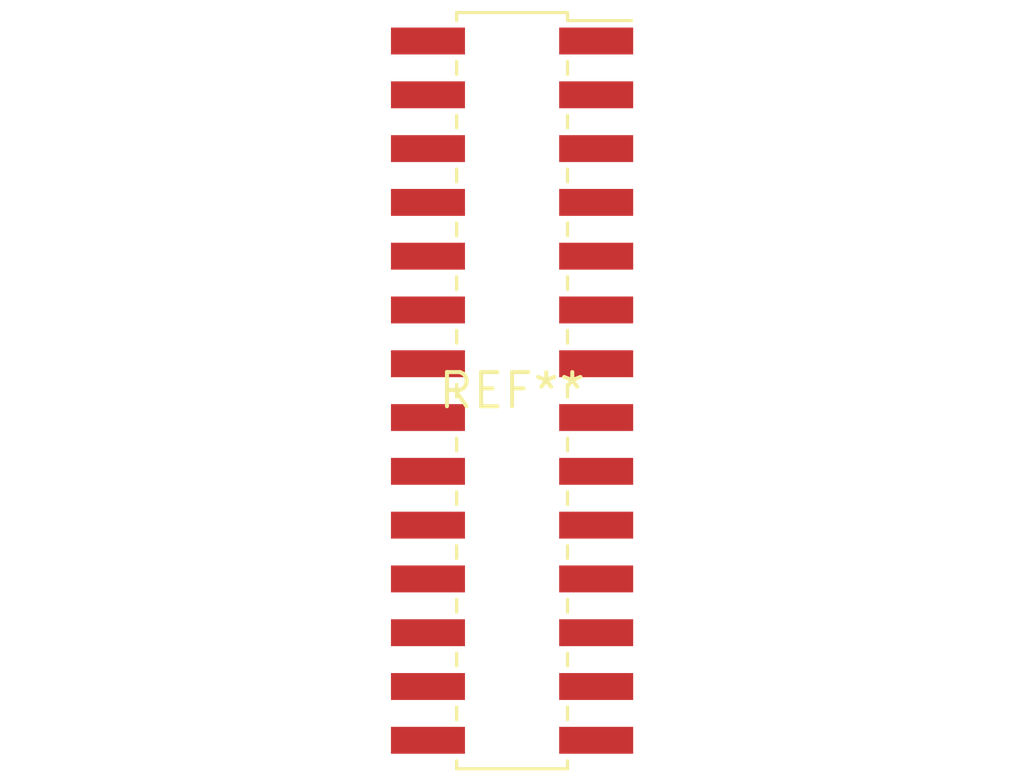
<source format=kicad_pcb>
(kicad_pcb (version 20240108) (generator pcbnew)
  (layers (0 "F.Cu" signal) (31 "B.Cu" signal) (34 "B.Paste" user) (35 "F.Paste" user) (36 "B.SilkS" user "B.Silkscreen") (37 "F.SilkS" user "F.Silkscreen") (38 "B.Mask" user) (39 "F.Mask" user) (44 "Edge.Cuts" user))
  (net 0 "")
  (footprint "PinSocket_2x14_P2.00mm_Vertical_SMD" (layer "F.Cu") (at 0 0)
    (property "Reference" "REF**")
    (property "Value" "PinSocket_2x14_P2.00mm_Vertical_SMD")
    (fp_line (start -2.06 -14.06) (end -2.06 -13.76) (layer "F.SilkS") (stroke (width 0.12)))
    (fp_line (start -2.06 -14.06) (end 2.06 -14.06) (layer "F.SilkS") (stroke (width 0.12)))
    (fp_line (start -2.06 -12.24) (end -2.06 -11.76) (layer "F.SilkS") (stroke (width 0.12)))
    (fp_line (start -2.06 -10.24) (end -2.06 -9.76) (layer "F.SilkS") (stroke (width 0.12)))
    (fp_line (start -2.06 -8.24) (end -2.06 -7.76) (layer "F.SilkS") (stroke (width 0.12)))
    (fp_line (start -2.06 -6.24) (end -2.06 -5.76) (layer "F.SilkS") (stroke (width 0.12)))
    (fp_line (start -2.06 -4.24) (end -2.06 -3.76) (layer "F.SilkS") (stroke (width 0.12)))
    (fp_line (start -2.06 -2.24) (end -2.06 -1.76) (layer "F.SilkS") (stroke (width 0.12)))
    (fp_line (start -2.06 -0.24) (end -2.06 0.24) (layer "F.SilkS") (stroke (width 0.12)))
    (fp_line (start -2.06 1.76) (end -2.06 2.24) (layer "F.SilkS") (stroke (width 0.12)))
    (fp_line (start -2.06 3.76) (end -2.06 4.24) (layer "F.SilkS") (stroke (width 0.12)))
    (fp_line (start -2.06 5.76) (end -2.06 6.24) (layer "F.SilkS") (stroke (width 0.12)))
    (fp_line (start -2.06 7.76) (end -2.06 8.24) (layer "F.SilkS") (stroke (width 0.12)))
    (fp_line (start -2.06 9.76) (end -2.06 10.24) (layer "F.SilkS") (stroke (width 0.12)))
    (fp_line (start -2.06 11.76) (end -2.06 12.24) (layer "F.SilkS") (stroke (width 0.12)))
    (fp_line (start -2.06 13.76) (end -2.06 14.06) (layer "F.SilkS") (stroke (width 0.12)))
    (fp_line (start -2.06 14.06) (end 2.06 14.06) (layer "F.SilkS") (stroke (width 0.12)))
    (fp_line (start 2.06 -14.06) (end 2.06 -13.76) (layer "F.SilkS") (stroke (width 0.12)))
    (fp_line (start 2.06 -13.76) (end 4.44 -13.76) (layer "F.SilkS") (stroke (width 0.12)))
    (fp_line (start 2.06 -12.24) (end 2.06 -11.76) (layer "F.SilkS") (stroke (width 0.12)))
    (fp_line (start 2.06 -10.24) (end 2.06 -9.76) (layer "F.SilkS") (stroke (width 0.12)))
    (fp_line (start 2.06 -8.24) (end 2.06 -7.76) (layer "F.SilkS") (stroke (width 0.12)))
    (fp_line (start 2.06 -6.24) (end 2.06 -5.76) (layer "F.SilkS") (stroke (width 0.12)))
    (fp_line (start 2.06 -4.24) (end 2.06 -3.76) (layer "F.SilkS") (stroke (width 0.12)))
    (fp_line (start 2.06 -2.24) (end 2.06 -1.76) (layer "F.SilkS") (stroke (width 0.12)))
    (fp_line (start 2.06 -0.24) (end 2.06 0.24) (layer "F.SilkS") (stroke (width 0.12)))
    (fp_line (start 2.06 1.76) (end 2.06 2.24) (layer "F.SilkS") (stroke (width 0.12)))
    (fp_line (start 2.06 3.76) (end 2.06 4.24) (layer "F.SilkS") (stroke (width 0.12)))
    (fp_line (start 2.06 5.76) (end 2.06 6.24) (layer "F.SilkS") (stroke (width 0.12)))
    (fp_line (start 2.06 7.76) (end 2.06 8.24) (layer "F.SilkS") (stroke (width 0.12)))
    (fp_line (start 2.06 9.76) (end 2.06 10.24) (layer "F.SilkS") (stroke (width 0.12)))
    (fp_line (start 2.06 11.76) (end 2.06 12.24) (layer "F.SilkS") (stroke (width 0.12)))
    (fp_line (start 2.06 13.76) (end 2.06 14.06) (layer "F.SilkS") (stroke (width 0.12)))
    (pad "1" smd rect (at 3.125 -13) (size 2.75 1) (layers "F.Cu" "F.Paste" "F.Mask"))
    (pad "2" smd rect (at -3.125 -13) (size 2.75 1) (layers "F.Cu" "F.Paste" "F.Mask"))
    (pad "3" smd rect (at 3.125 -11) (size 2.75 1) (layers "F.Cu" "F.Paste" "F.Mask"))
    (pad "4" smd rect (at -3.125 -11) (size 2.75 1) (layers "F.Cu" "F.Paste" "F.Mask"))
    (pad "5" smd rect (at 3.125 -9) (size 2.75 1) (layers "F.Cu" "F.Paste" "F.Mask"))
    (pad "6" smd rect (at -3.125 -9) (size 2.75 1) (layers "F.Cu" "F.Paste" "F.Mask"))
    (pad "7" smd rect (at 3.125 -7) (size 2.75 1) (layers "F.Cu" "F.Paste" "F.Mask"))
    (pad "8" smd rect (at -3.125 -7) (size 2.75 1) (layers "F.Cu" "F.Paste" "F.Mask"))
    (pad "9" smd rect (at 3.125 -5) (size 2.75 1) (layers "F.Cu" "F.Paste" "F.Mask"))
    (pad "10" smd rect (at -3.125 -5) (size 2.75 1) (layers "F.Cu" "F.Paste" "F.Mask"))
    (pad "11" smd rect (at 3.125 -3) (size 2.75 1) (layers "F.Cu" "F.Paste" "F.Mask"))
    (pad "12" smd rect (at -3.125 -3) (size 2.75 1) (layers "F.Cu" "F.Paste" "F.Mask"))
    (pad "13" smd rect (at 3.125 -1) (size 2.75 1) (layers "F.Cu" "F.Paste" "F.Mask"))
    (pad "14" smd rect (at -3.125 -1) (size 2.75 1) (layers "F.Cu" "F.Paste" "F.Mask"))
    (pad "15" smd rect (at 3.125 1) (size 2.75 1) (layers "F.Cu" "F.Paste" "F.Mask"))
    (pad "16" smd rect (at -3.125 1) (size 2.75 1) (layers "F.Cu" "F.Paste" "F.Mask"))
    (pad "17" smd rect (at 3.125 3) (size 2.75 1) (layers "F.Cu" "F.Paste" "F.Mask"))
    (pad "18" smd rect (at -3.125 3) (size 2.75 1) (layers "F.Cu" "F.Paste" "F.Mask"))
    (pad "19" smd rect (at 3.125 5) (size 2.75 1) (layers "F.Cu" "F.Paste" "F.Mask"))
    (pad "20" smd rect (at -3.125 5) (size 2.75 1) (layers "F.Cu" "F.Paste" "F.Mask"))
    (pad "21" smd rect (at 3.125 7) (size 2.75 1) (layers "F.Cu" "F.Paste" "F.Mask"))
    (pad "22" smd rect (at -3.125 7) (size 2.75 1) (layers "F.Cu" "F.Paste" "F.Mask"))
    (pad "23" smd rect (at 3.125 9) (size 2.75 1) (layers "F.Cu" "F.Paste" "F.Mask"))
    (pad "24" smd rect (at -3.125 9) (size 2.75 1) (layers "F.Cu" "F.Paste" "F.Mask"))
    (pad "25" smd rect (at 3.125 11) (size 2.75 1) (layers "F.Cu" "F.Paste" "F.Mask"))
    (pad "26" smd rect (at -3.125 11) (size 2.75 1) (layers "F.Cu" "F.Paste" "F.Mask"))
    (pad "27" smd rect (at 3.125 13) (size 2.75 1) (layers "F.Cu" "F.Paste" "F.Mask"))
    (pad "28" smd rect (at -3.125 13) (size 2.75 1) (layers "F.Cu" "F.Paste" "F.Mask"))
  )
)
</source>
